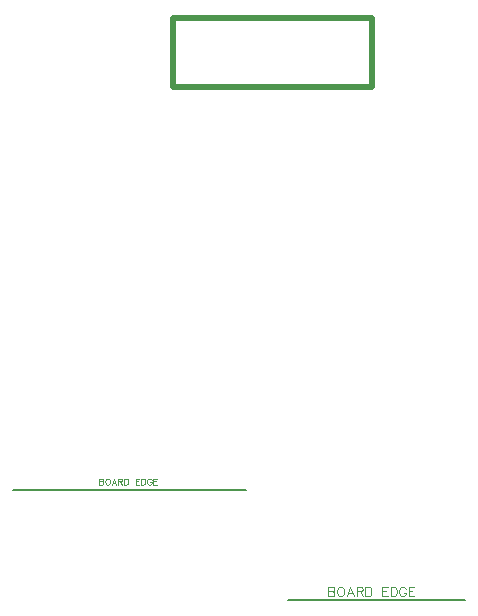
<source format=gbr>
G04 DipTrace 2.4.0.2*
%INTopAssy.gbr*%
%MOIN*%
%ADD10C,0.0079*%
%ADD14C,0.0197*%
%ADD58C,0.0046*%
%ADD59C,0.0031*%
%FSLAX44Y44*%
G04*
G70*
G90*
G75*
G01*
%LNTopAssy*%
%LPD*%
X13342Y1989D2*
D10*
X19248D1*
X4156Y5659D2*
X11935D1*
X9496Y21400D2*
D14*
X16122D1*
Y19087D1*
X9496D1*
Y21400D1*
X16662Y2430D2*
D58*
X16475D1*
Y2128D1*
X16662D1*
X16475Y2286D2*
X16590D1*
X16754Y2430D2*
Y2128D1*
X16855D1*
X16898Y2143D1*
X16927Y2171D1*
X16941Y2200D1*
X16955Y2243D1*
Y2315D1*
X16941Y2358D1*
X16927Y2386D1*
X16898Y2415D1*
X16855Y2430D1*
X16754D1*
X17263Y2358D2*
X17249Y2386D1*
X17220Y2415D1*
X17192Y2430D1*
X17134D1*
X17105Y2415D1*
X17077Y2386D1*
X17062Y2358D1*
X17048Y2315D1*
Y2243D1*
X17062Y2200D1*
X17077Y2171D1*
X17105Y2143D1*
X17134Y2128D1*
X17192D1*
X17220Y2143D1*
X17249Y2171D1*
X17263Y2200D1*
Y2243D1*
X17192D1*
X17542Y2430D2*
X17356D1*
Y2128D1*
X17542D1*
X17356Y2286D2*
X17471D1*
X14684Y2426D2*
Y2124D1*
X14813D1*
X14856Y2139D1*
X14870Y2153D1*
X14885Y2182D1*
Y2225D1*
X14870Y2253D1*
X14856Y2268D1*
X14813Y2282D1*
X14856Y2297D1*
X14870Y2311D1*
X14885Y2339D1*
Y2368D1*
X14870Y2397D1*
X14856Y2411D1*
X14813Y2426D1*
X14684D1*
Y2282D2*
X14813D1*
X15064Y2426D2*
X15035Y2411D1*
X15006Y2382D1*
X14992Y2354D1*
X14977Y2311D1*
Y2239D1*
X14992Y2196D1*
X15006Y2167D1*
X15035Y2139D1*
X15064Y2124D1*
X15121D1*
X15149Y2139D1*
X15178Y2167D1*
X15193Y2196D1*
X15207Y2239D1*
Y2311D1*
X15193Y2354D1*
X15178Y2382D1*
X15149Y2411D1*
X15121Y2426D1*
X15064D1*
X15529Y2124D2*
X15414Y2426D1*
X15300Y2124D1*
X15343Y2225D2*
X15486D1*
X15622Y2282D2*
X15751D1*
X15794Y2297D1*
X15809Y2311D1*
X15823Y2339D1*
Y2368D1*
X15809Y2397D1*
X15794Y2411D1*
X15751Y2426D1*
X15622D1*
Y2124D1*
X15722Y2282D2*
X15823Y2124D1*
X15916Y2426D2*
Y2124D1*
X16016D1*
X16059Y2139D1*
X16088Y2167D1*
X16102Y2196D1*
X16117Y2239D1*
Y2311D1*
X16102Y2354D1*
X16088Y2382D1*
X16059Y2411D1*
X16016Y2426D1*
X15916D1*
X7051Y6042D2*
D59*
Y5841D1*
X7137D1*
X7166Y5851D1*
X7175Y5861D1*
X7185Y5880D1*
Y5908D1*
X7175Y5928D1*
X7166Y5937D1*
X7137Y5947D1*
X7166Y5956D1*
X7175Y5966D1*
X7185Y5985D1*
Y6004D1*
X7175Y6023D1*
X7166Y6033D1*
X7137Y6042D1*
X7051D1*
Y5947D2*
X7137D1*
X7304Y6042D2*
X7285Y6033D1*
X7266Y6014D1*
X7256Y5995D1*
X7247Y5966D1*
Y5918D1*
X7256Y5889D1*
X7266Y5870D1*
X7285Y5851D1*
X7304Y5841D1*
X7342D1*
X7361Y5851D1*
X7381Y5870D1*
X7390Y5889D1*
X7400Y5918D1*
Y5966D1*
X7390Y5995D1*
X7381Y6014D1*
X7361Y6033D1*
X7342Y6042D1*
X7304D1*
X7615Y5841D2*
X7538Y6042D1*
X7461Y5841D1*
X7490Y5908D2*
X7586D1*
X7676Y5947D2*
X7762D1*
X7791Y5956D1*
X7801Y5966D1*
X7810Y5985D1*
Y6004D1*
X7801Y6023D1*
X7791Y6033D1*
X7762Y6042D1*
X7676D1*
Y5841D1*
X7743Y5947D2*
X7810Y5841D1*
X7872Y6042D2*
Y5841D1*
X7939D1*
X7968Y5851D1*
X7987Y5870D1*
X7997Y5889D1*
X8006Y5918D1*
Y5966D1*
X7997Y5995D1*
X7987Y6014D1*
X7968Y6033D1*
X7939Y6042D1*
X7872D1*
X8386D2*
X8262D1*
Y5841D1*
X8386D1*
X8262Y5947D2*
X8339D1*
X8448Y6042D2*
Y5841D1*
X8515D1*
X8544Y5851D1*
X8563Y5870D1*
X8573Y5889D1*
X8582Y5918D1*
Y5966D1*
X8573Y5995D1*
X8563Y6014D1*
X8544Y6033D1*
X8515Y6042D1*
X8448D1*
X8787Y5995D2*
X8778Y6014D1*
X8759Y6033D1*
X8740Y6042D1*
X8701D1*
X8682Y6033D1*
X8663Y6014D1*
X8653Y5995D1*
X8644Y5966D1*
Y5918D1*
X8653Y5889D1*
X8663Y5870D1*
X8682Y5851D1*
X8701Y5841D1*
X8740D1*
X8759Y5851D1*
X8778Y5870D1*
X8787Y5889D1*
Y5918D1*
X8740D1*
X8973Y6042D2*
X8849D1*
Y5841D1*
X8973D1*
X8849Y5947D2*
X8926D1*
M02*

</source>
